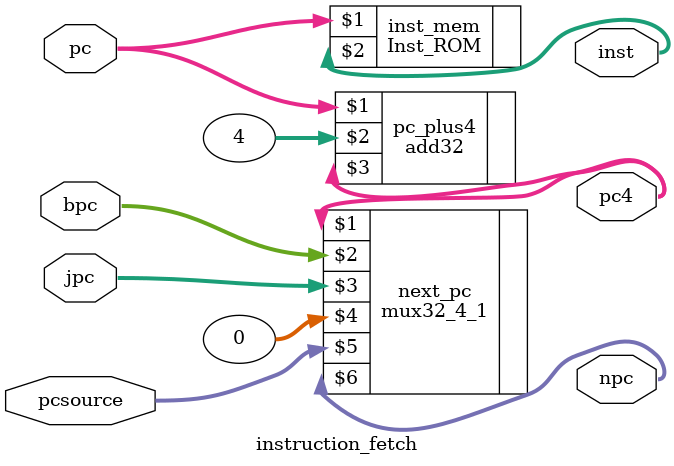
<source format=v>
`timescale 1ns / 1ps
module instruction_fetch(pcsource,pc,bpc,jpc,pc4,npc,inst
    );
	 input [1:0] pcsource;
	 input [31:0] pc, bpc, jpc;		//pc-ÊäÈëÖ¸ÁîµØÖ·£»bpc-Ìõ¼þÌø×ªÖ¸ÁîµØÖ·£»jpc-ÎÞÌõ¼þÌø×ªÖ¸ÁîµØÖ·£»
	 
	 output [31:0] pc4, npc, inst;		//pc4-pc+4ÓÃÓÚÊä³öÖÁID¼¶¼ÆËãÌø×ªµØÖ·£»npc-¾­¹ýÑ¡ÔñµÄÏÂÒ»ÌõÖ¸ÁîµØÖ·£»inst-¸ù¾ÝpcÈ¡³öµÄÖ¸Áî

	 add32 pc_plus4(pc,32'h4,pc4);		//32Î»¼Ó·¨Æ÷£¬ÓÃÀ´¼ÆËãPC+4
	 mux32_4_1 next_pc(pc4,bpc,jpc,32'h0,pcsource,npc);		//¸ù¾ÝpcsourceÐÅºÅÑ¡ÔñÏÂÒ»ÌõÖ¸ÁîµÄµØÖ·
	 Inst_ROM inst_mem(pc,inst);		//Ö¸Áî´æ´¢Æ÷	
	 
endmodule

</source>
